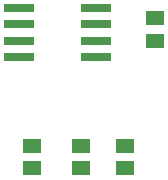
<source format=gbr>
G04 EAGLE Gerber RS-274X export*
G75*
%MOMM*%
%FSLAX34Y34*%
%LPD*%
%INSolderpaste Bottom*%
%IPPOS*%
%AMOC8*
5,1,8,0,0,1.08239X$1,22.5*%
G01*
%ADD10R,1.500000X1.300000*%
%ADD11R,2.540000X0.635000*%


D10*
X378100Y63050D03*
X378100Y82050D03*
X403300Y189700D03*
X403300Y170700D03*
D11*
X353600Y198800D03*
X353600Y184800D03*
X353600Y170800D03*
X353600Y156800D03*
X288200Y156800D03*
X288200Y170800D03*
X288200Y184800D03*
X288200Y198800D03*
D10*
X340600Y82050D03*
X340600Y63050D03*
X299400Y82050D03*
X299400Y63050D03*
M02*

</source>
